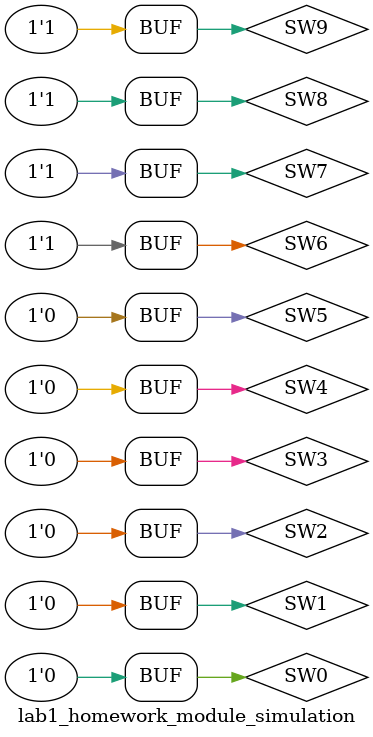
<source format=v>
`timescale 1ns / 1ps


module lab1_homework_module_simulation(

    );
    
    reg SW0, SW1, SW2, SW3, SW4, SW5, SW6, SW7, SW8, SW9;
    wire AN0, AN1, AN2, AN3, SEG_A, SEG_B, SEB_C, SEG_D, SEG_E, SEG_F, SEG_G, SEG_DP;
    
    Lab1_Homework dut(SW0, SW1, SW2, SW3, SW4, SW5, SW6, SW7, SW8, SW9, AN0, AN1, AN2, AN3, SEG_A, SEG_B, SEB_C, SEG_D, SEG_E, SEG_F, SEG_G, SEG_DP);
 
// Running simulation   
    initial begin
        SW7 = 1; SW8 = 1; SW9 = 1; SW0 = 0; SW1 = 0; SW2 = 0; SW3 = 0; SW4 = 0; SW5 = 0; SW6 = 0; #10;
        SW7 = 1; SW8 = 1; SW9 = 1; SW0 = 0; SW1 = 0; SW2 = 0; SW3 = 0; SW4 = 0; SW5 = 0; SW6 = 1; #10;
    end
    
endmodule

</source>
